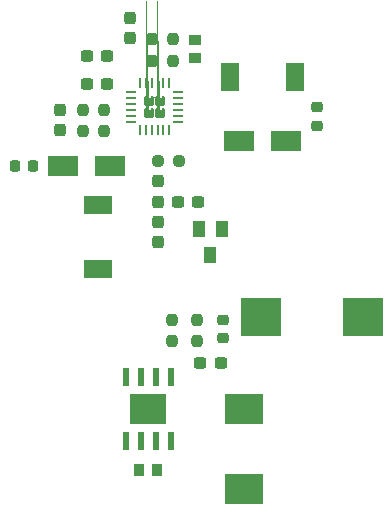
<source format=gbr>
%TF.GenerationSoftware,KiCad,Pcbnew,(6.0.6)*%
%TF.CreationDate,2022-12-02T12:37:59-05:00*%
%TF.ProjectId,SplitRail DC Power Supply,53706c69-7452-4616-996c-20444320506f,rev?*%
%TF.SameCoordinates,Original*%
%TF.FileFunction,Paste,Top*%
%TF.FilePolarity,Positive*%
%FSLAX46Y46*%
G04 Gerber Fmt 4.6, Leading zero omitted, Abs format (unit mm)*
G04 Created by KiCad (PCBNEW (6.0.6)) date 2022-12-02 12:37:59*
%MOMM*%
%LPD*%
G01*
G04 APERTURE LIST*
G04 Aperture macros list*
%AMRoundRect*
0 Rectangle with rounded corners*
0 $1 Rounding radius*
0 $2 $3 $4 $5 $6 $7 $8 $9 X,Y pos of 4 corners*
0 Add a 4 corners polygon primitive as box body*
4,1,4,$2,$3,$4,$5,$6,$7,$8,$9,$2,$3,0*
0 Add four circle primitives for the rounded corners*
1,1,$1+$1,$2,$3*
1,1,$1+$1,$4,$5*
1,1,$1+$1,$6,$7*
1,1,$1+$1,$8,$9*
0 Add four rect primitives between the rounded corners*
20,1,$1+$1,$2,$3,$4,$5,0*
20,1,$1+$1,$4,$5,$6,$7,0*
20,1,$1+$1,$6,$7,$8,$9,0*
20,1,$1+$1,$8,$9,$2,$3,0*%
%AMFreePoly0*
4,1,57,0.194009,0.449029,0.214144,0.449029,0.231583,0.438961,0.251037,0.433748,0.265277,0.419508,0.282717,0.409439,0.409439,0.282717,0.419508,0.265277,0.433748,0.251037,0.438960,0.231585,0.449030,0.214144,0.449030,0.194005,0.454242,0.174554,0.454242,-0.174554,0.449030,-0.194005,0.449030,-0.214144,0.438960,-0.231585,0.433748,-0.251037,0.419508,-0.265277,0.409439,-0.282717,
0.282717,-0.409439,0.265277,-0.419508,0.251037,-0.433748,0.231583,-0.438961,0.214144,-0.449029,0.194009,-0.449029,0.174554,-0.454242,-0.174554,-0.454242,-0.194005,-0.449030,-0.214144,-0.449030,-0.231585,-0.438960,-0.251037,-0.433748,-0.265277,-0.419508,-0.282717,-0.409439,-0.409439,-0.282717,-0.419508,-0.265277,-0.433748,-0.251037,-0.438961,-0.231583,-0.449029,-0.214144,-0.449029,-0.194009,
-0.454242,-0.174554,-0.454242,0.174554,-0.449029,0.194009,-0.449029,0.214144,-0.438961,0.231583,-0.433748,0.251037,-0.419508,0.265277,-0.409439,0.282717,-0.282717,0.409439,-0.265277,0.419508,-0.251037,0.433748,-0.231585,0.438960,-0.214144,0.449030,-0.194005,0.449030,-0.174554,0.454242,0.174554,0.454242,0.194009,0.449029,0.194009,0.449029,$1*%
G04 Aperture macros list end*
%ADD10RoundRect,0.237500X0.300000X0.237500X-0.300000X0.237500X-0.300000X-0.237500X0.300000X-0.237500X0*%
%ADD11R,1.500000X2.400000*%
%ADD12RoundRect,0.237500X0.237500X-0.300000X0.237500X0.300000X-0.237500X0.300000X-0.237500X-0.300000X0*%
%ADD13RoundRect,0.237500X-0.237500X0.250000X-0.237500X-0.250000X0.237500X-0.250000X0.237500X0.250000X0*%
%ADD14RoundRect,0.237500X0.250000X0.237500X-0.250000X0.237500X-0.250000X-0.237500X0.250000X-0.237500X0*%
%ADD15R,0.980000X0.920000*%
%ADD16RoundRect,0.225000X-0.250000X0.225000X-0.250000X-0.225000X0.250000X-0.225000X0.250000X0.225000X0*%
%ADD17FreePoly0,90.000000*%
%ADD18RoundRect,0.062500X0.062500X-0.325000X0.062500X0.325000X-0.062500X0.325000X-0.062500X-0.325000X0*%
%ADD19RoundRect,0.062500X0.325000X-0.062500X0.325000X0.062500X-0.325000X0.062500X-0.325000X-0.062500X0*%
%ADD20R,1.000000X1.400000*%
%ADD21RoundRect,0.225000X0.250000X-0.225000X0.250000X0.225000X-0.250000X0.225000X-0.250000X-0.225000X0*%
%ADD22R,3.439000X3.254000*%
%ADD23RoundRect,0.237500X0.237500X-0.250000X0.237500X0.250000X-0.237500X0.250000X-0.237500X-0.250000X0*%
%ADD24R,3.300000X2.500000*%
%ADD25R,0.920000X0.980000*%
%ADD26R,2.500000X1.800000*%
%ADD27R,0.600000X1.550000*%
%ADD28R,3.100000X2.600000*%
%ADD29R,2.400000X1.500000*%
%ADD30RoundRect,0.237500X-0.237500X0.300000X-0.237500X-0.300000X0.237500X-0.300000X0.237500X0.300000X0*%
%ADD31RoundRect,0.225000X0.225000X0.250000X-0.225000X0.250000X-0.225000X-0.250000X0.225000X-0.250000X0*%
G04 APERTURE END LIST*
D10*
%TO.C,C7-2*%
X51865700Y-41402000D03*
X50140700Y-41402000D03*
%TD*%
D11*
%TO.C,L2-2*%
X62242000Y-43180000D03*
X67742000Y-43180000D03*
%TD*%
D12*
%TO.C,C8-2*%
X53797200Y-39927700D03*
X53797200Y-38202700D03*
%TD*%
D13*
%TO.C,R1-1*%
X59486800Y-63755900D03*
X59486800Y-65580900D03*
%TD*%
D14*
%TO.C,R7-2*%
X57960900Y-50292000D03*
X56135900Y-50292000D03*
%TD*%
D10*
%TO.C,C6-2*%
X51865700Y-43789600D03*
X50140700Y-43789600D03*
%TD*%
D15*
%TO.C,C10-2*%
X59283600Y-40068200D03*
X59283600Y-41618200D03*
%TD*%
D16*
%TO.C,C3-1*%
X61671200Y-63741000D03*
X61671200Y-65291000D03*
%TD*%
D12*
%TO.C,C9-2*%
X47904400Y-47700100D03*
X47904400Y-45975100D03*
%TD*%
D17*
%TO.C,U2*%
X55392500Y-45232500D03*
X55392500Y-46207500D03*
X56367500Y-46207500D03*
X56367500Y-45232500D03*
D18*
X54630000Y-47707500D03*
X55130000Y-47707500D03*
X55630000Y-47707500D03*
X56130000Y-47707500D03*
X56630000Y-47707500D03*
X57130000Y-47707500D03*
D19*
X57867500Y-46970000D03*
X57867500Y-46470000D03*
X57867500Y-45970000D03*
X57867500Y-45470000D03*
X57867500Y-44970000D03*
X57867500Y-44470000D03*
D18*
X57130000Y-43732500D03*
X56630000Y-43732500D03*
X56130000Y-43732500D03*
X55630000Y-43732500D03*
X55130000Y-43732500D03*
X54630000Y-43732500D03*
D19*
X53892500Y-44470000D03*
X53892500Y-44970000D03*
X53892500Y-45470000D03*
X53892500Y-45970000D03*
X53892500Y-46470000D03*
X53892500Y-46970000D03*
%TD*%
D13*
%TO.C,R2-2*%
X51612800Y-45975900D03*
X51612800Y-47800900D03*
%TD*%
D12*
%TO.C,C1-2*%
X56134000Y-57199700D03*
X56134000Y-55474700D03*
%TD*%
D20*
%TO.C,Q1*%
X61554400Y-56050000D03*
X59654400Y-56050000D03*
X60604400Y-58250000D03*
%TD*%
D21*
%TO.C,C5-2*%
X69665600Y-47307800D03*
X69665600Y-45757800D03*
%TD*%
D13*
%TO.C,R4-2*%
X55626000Y-39981500D03*
X55626000Y-41806500D03*
%TD*%
D22*
%TO.C,L1-1*%
X73502600Y-63550800D03*
X64876600Y-63550800D03*
%TD*%
D23*
%TO.C,R1-2*%
X49784000Y-47800900D03*
X49784000Y-45975900D03*
%TD*%
D24*
%TO.C,D2-1*%
X63449200Y-71272400D03*
X63449200Y-78072400D03*
%TD*%
D23*
%TO.C,R2-1*%
X57353200Y-65580900D03*
X57353200Y-63755900D03*
%TD*%
D25*
%TO.C,C1-1*%
X56096200Y-76454000D03*
X54546200Y-76454000D03*
%TD*%
D26*
%TO.C,D2*%
X63042800Y-48615600D03*
X67042800Y-48615600D03*
%TD*%
D27*
%TO.C,U1*%
X57226200Y-68623200D03*
X55956200Y-68623200D03*
X54686200Y-68623200D03*
X53416200Y-68623200D03*
X53416200Y-74023200D03*
X54686200Y-74023200D03*
X55956200Y-74023200D03*
X57226200Y-74023200D03*
D28*
X55321200Y-71323200D03*
%TD*%
D29*
%TO.C,L1-2*%
X51104800Y-59493600D03*
X51104800Y-53993600D03*
%TD*%
D23*
%TO.C,R3-2*%
X57454800Y-41806500D03*
X57454800Y-39981500D03*
%TD*%
D10*
%TO.C,C2-2*%
X59587300Y-53797200D03*
X57862300Y-53797200D03*
%TD*%
D30*
%TO.C,C3-2*%
X56134000Y-52020300D03*
X56134000Y-53745300D03*
%TD*%
D10*
%TO.C,C2-1*%
X61466900Y-67411600D03*
X59741900Y-67411600D03*
%TD*%
D31*
%TO.C,C4-2*%
X45580600Y-50749200D03*
X44030600Y-50749200D03*
%TD*%
D26*
%TO.C,D1*%
X48139600Y-50698400D03*
X52139600Y-50698400D03*
%TD*%
M02*

</source>
